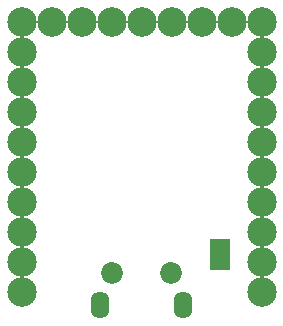
<source format=gbr>
G04 #@! TF.FileFunction,Soldermask,Bot*
%FSLAX46Y46*%
G04 Gerber Fmt 4.6, Leading zero omitted, Abs format (unit mm)*
G04 Created by KiCad (PCBNEW 4.0.6) date 08/29/18 06:26:35*
%MOMM*%
%LPD*%
G01*
G04 APERTURE LIST*
%ADD10C,0.100000*%
%ADD11C,2.500000*%
%ADD12R,1.670000X1.370000*%
%ADD13C,1.850000*%
%ADD14O,1.600000X2.300000*%
G04 APERTURE END LIST*
D10*
D11*
X161569400Y-67843400D03*
X161569400Y-70383400D03*
X161569400Y-72923400D03*
X161569400Y-75463400D03*
X161569400Y-78003400D03*
X161569400Y-80543400D03*
X161569400Y-83083400D03*
X161569400Y-85623400D03*
X161569400Y-88163400D03*
X161569400Y-65303400D03*
X159029400Y-65303400D03*
X156489400Y-65303400D03*
X153949400Y-65303400D03*
X151409400Y-65303400D03*
X148869400Y-65303400D03*
X146329400Y-65303400D03*
X143789400Y-65303400D03*
X141249400Y-65303400D03*
X141249400Y-67843400D03*
X141249400Y-70383400D03*
X141249400Y-72923400D03*
X141249400Y-75463400D03*
X141249400Y-78003400D03*
X141249400Y-80543400D03*
X141249400Y-83083400D03*
X141249400Y-85623400D03*
X141249400Y-88163400D03*
D12*
X158081000Y-85615000D03*
X158081000Y-84335000D03*
D13*
X148931000Y-86525000D03*
X153931000Y-86525000D03*
D14*
X147931000Y-89225000D03*
X154931000Y-89225000D03*
M02*

</source>
